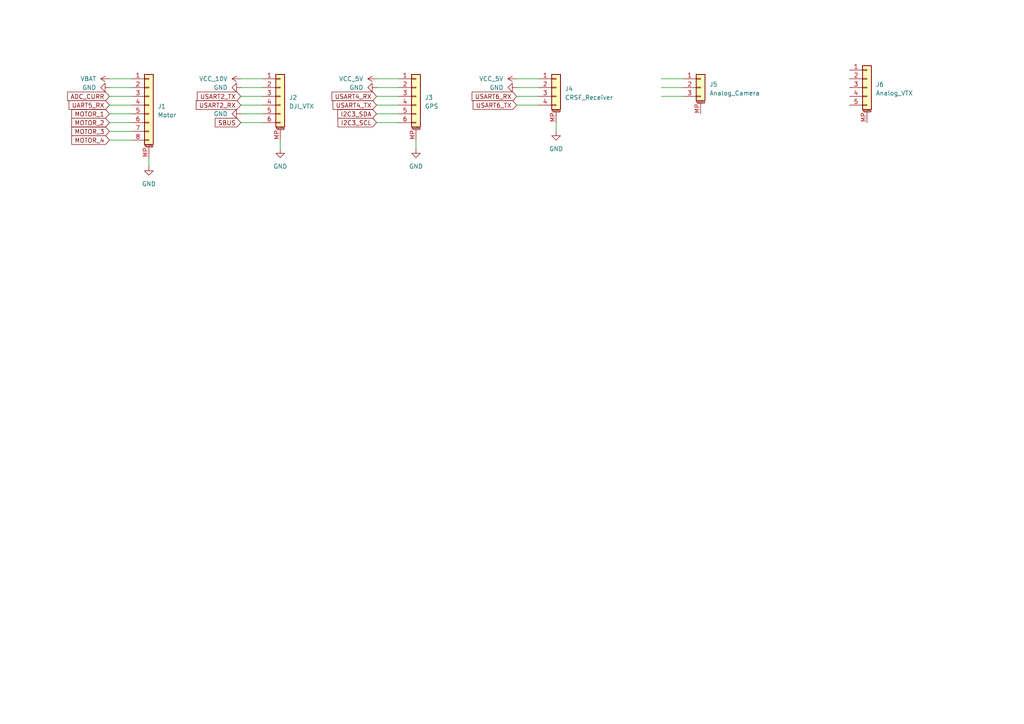
<source format=kicad_sch>
(kicad_sch (version 20250114) (generator "eeschema") (generator_version "9.0")
  (paper "A4")
  (lib_symbols
    (symbol "Library:Conn_01x03_MountingPin" (pin_names (offset 1.016) (hide yes))
      (property "Reference" "J" (at 0 5.08 0))
      (property "Value" "Conn_01x03_MountingPin" (at 1.27 -5.08 0))
      (symbol "Conn_01x03_MountingPin_1_1"
        (rectangle (start -1.27 3.81) (end 1.27 -3.81) (stroke (width 0.254)) (fill (type background)))
        (rectangle (start -1.27 2.667) (end 0 2.413) (stroke (width 0.1524)))
        (rectangle (start -1.27 0.127) (end 0 -0.127) (stroke (width 0.1524)))
        (rectangle (start -1.27 -2.413) (end 0 -2.667) (stroke (width 0.1524)))
        (polyline (pts (xy -1.016 -4.572) (xy 1.016 -4.572)) (stroke (width 0.1524)))
        (text "Mounting" (at 0 -4.191 0) (effects (font (size 0.381 0.381))))
        (pin passive line (at -5.08 2.54 0) (length 3.81) (name "Pin_1") (number "1"))
        (pin passive line (at -5.08 0 0) (length 3.81) (name "Pin_2") (number "2"))
        (pin passive line (at -5.08 -2.54 0) (length 3.81) (name "Pin_3") (number "3"))
        (pin passive line (at 0 -7.62 90) (length 3.048) (name "MountPin") (number "MP"))
      )
    )
    (symbol "Library:Conn_01x04_MountingPin" (pin_names (offset 1.016) (hide yes))
      (property "Reference" "J" (at 0 5.08 0))
      (property "Value" "Conn_01x04_MountingPin" (at 1.27 -7.62 0))
      (symbol "Conn_01x04_MountingPin_1_1"
        (rectangle (start -1.27 3.81) (end 1.27 -6.35) (stroke (width 0.254)) (fill (type background)))
        (rectangle (start -1.27 2.667) (end 0 2.413) (stroke (width 0.1524)))
        (rectangle (start -1.27 0.127) (end 0 -0.127) (stroke (width 0.1524)))
        (rectangle (start -1.27 -2.413) (end 0 -2.667) (stroke (width 0.1524)))
        (rectangle (start -1.27 -4.953) (end 0 -5.207) (stroke (width 0.1524)))
        (polyline (pts (xy -1.016 -7.112) (xy 1.016 -7.112)) (stroke (width 0.1524)))
        (text "Mounting" (at 0 -6.731 0) (effects (font (size 0.381 0.381))))
        (pin passive line (at -5.08 2.54 0) (length 3.81) (name "Pin_1") (number "1"))
        (pin passive line (at -5.08 0 0) (length 3.81) (name "Pin_2") (number "2"))
        (pin passive line (at -5.08 -2.54 0) (length 3.81) (name "Pin_3") (number "3"))
        (pin passive line (at -5.08 -5.08 0) (length 3.81) (name "Pin_4") (number "4"))
        (pin passive line (at 0 -10.16 90) (length 3.048) (name "MountPin") (number "MP"))
      )
    )
    (symbol "Library:Conn_01x05_MountingPin" (pin_names (offset 1.016) (hide yes))
      (property "Reference" "J" (at 0 7.62 0))
      (property "Value" "Conn_01x05_MountingPin" (at 1.27 -7.62 0))
      (symbol "Conn_01x05_MountingPin_1_1"
        (rectangle (start -1.27 6.35) (end 1.27 -6.35) (stroke (width 0.254)) (fill (type background)))
        (rectangle (start -1.27 5.207) (end 0 4.953) (stroke (width 0.1524)))
        (rectangle (start -1.27 2.667) (end 0 2.413) (stroke (width 0.1524)))
        (rectangle (start -1.27 0.127) (end 0 -0.127) (stroke (width 0.1524)))
        (rectangle (start -1.27 -2.413) (end 0 -2.667) (stroke (width 0.1524)))
        (rectangle (start -1.27 -4.953) (end 0 -5.207) (stroke (width 0.1524)))
        (polyline (pts (xy -1.016 -7.112) (xy 1.016 -7.112)) (stroke (width 0.1524)))
        (text "Mounting" (at 0 -6.731 0) (effects (font (size 0.381 0.381))))
        (pin passive line (at -5.08 5.08 0) (length 3.81) (name "Pin_1") (number "1"))
        (pin passive line (at -5.08 2.54 0) (length 3.81) (name "Pin_2") (number "2"))
        (pin passive line (at -5.08 0 0) (length 3.81) (name "Pin_3") (number "3"))
        (pin passive line (at -5.08 -2.54 0) (length 3.81) (name "Pin_4") (number "4"))
        (pin passive line (at -5.08 -5.08 0) (length 3.81) (name "Pin_5") (number "5"))
        (pin passive line (at 0 -10.16 90) (length 3.048) (name "MountPin") (number "MP"))
      )
    )
    (symbol "Library:Conn_01x06_MountingPin" (pin_names (offset 1.016) (hide yes))
      (property "Reference" "J" (at 0 7.62 0))
      (property "Value" "Conn_01x06_MountingPin" (at 1.27 -10.16 0))
      (symbol "Conn_01x06_MountingPin_1_1"
        (rectangle (start -1.27 6.35) (end 1.27 -8.89) (stroke (width 0.254)) (fill (type background)))
        (rectangle (start -1.27 5.207) (end 0 4.953) (stroke (width 0.1524)))
        (rectangle (start -1.27 2.667) (end 0 2.413) (stroke (width 0.1524)))
        (rectangle (start -1.27 0.127) (end 0 -0.127) (stroke (width 0.1524)))
        (rectangle (start -1.27 -2.413) (end 0 -2.667) (stroke (width 0.1524)))
        (rectangle (start -1.27 -4.953) (end 0 -5.207) (stroke (width 0.1524)))
        (rectangle (start -1.27 -7.493) (end 0 -7.747) (stroke (width 0.1524)))
        (polyline (pts (xy -1.016 -9.652) (xy 1.016 -9.652)) (stroke (width 0.1524)))
        (text "Mounting" (at 0 -9.271 0) (effects (font (size 0.381 0.381))))
        (pin passive line (at -5.08 5.08 0) (length 3.81) (name "Pin_1") (number "1"))
        (pin passive line (at -5.08 2.54 0) (length 3.81) (name "Pin_2") (number "2"))
        (pin passive line (at -5.08 0 0) (length 3.81) (name "Pin_3") (number "3"))
        (pin passive line (at -5.08 -2.54 0) (length 3.81) (name "Pin_4") (number "4"))
        (pin passive line (at -5.08 -5.08 0) (length 3.81) (name "Pin_5") (number "5"))
        (pin passive line (at -5.08 -7.62 0) (length 3.81) (name "Pin_6") (number "6"))
        (pin passive line (at 0 -12.7 90) (length 3.048) (name "MountPin") (number "MP"))
      )
    )
    (symbol "Library:Conn_01x08_MountingPin" (pin_names (offset 1.016) (hide yes))
      (property "Reference" "J" (at 0 10.16 0))
      (property "Value" "Conn_01x08_MountingPin" (at 1.27 -12.7 0))
      (symbol "Conn_01x08_MountingPin_1_1"
        (rectangle (start -1.27 8.89) (end 1.27 -11.43) (stroke (width 0.254)) (fill (type background)))
        (rectangle (start -1.27 7.747) (end 0 7.493) (stroke (width 0.1524)))
        (rectangle (start -1.27 5.207) (end 0 4.953) (stroke (width 0.1524)))
        (rectangle (start -1.27 2.667) (end 0 2.413) (stroke (width 0.1524)))
        (rectangle (start -1.27 0.127) (end 0 -0.127) (stroke (width 0.1524)))
        (rectangle (start -1.27 -2.413) (end 0 -2.667) (stroke (width 0.1524)))
        (rectangle (start -1.27 -4.953) (end 0 -5.207) (stroke (width 0.1524)))
        (rectangle (start -1.27 -7.493) (end 0 -7.747) (stroke (width 0.1524)))
        (rectangle (start -1.27 -10.033) (end 0 -10.287) (stroke (width 0.1524)))
        (polyline (pts (xy -1.016 -12.192) (xy 1.016 -12.192)) (stroke (width 0.1524)))
        (text "Mounting" (at 0 -11.811 0) (effects (font (size 0.381 0.381))))
        (pin passive line (at -5.08 7.62 0) (length 3.81) (name "Pin_1") (number "1"))
        (pin passive line (at -5.08 5.08 0) (length 3.81) (name "Pin_2") (number "2"))
        (pin passive line (at -5.08 2.54 0) (length 3.81) (name "Pin_3") (number "3"))
        (pin passive line (at -5.08 0 0) (length 3.81) (name "Pin_4") (number "4"))
        (pin passive line (at -5.08 -2.54 0) (length 3.81) (name "Pin_5") (number "5"))
        (pin passive line (at -5.08 -5.08 0) (length 3.81) (name "Pin_6") (number "6"))
        (pin passive line (at -5.08 -7.62 0) (length 3.81) (name "Pin_7") (number "7"))
        (pin passive line (at -5.08 -10.16 0) (length 3.81) (name "Pin_8") (number "8"))
        (pin passive line (at 0 -15.24 90) (length 3.048) (name "MountPin") (number "MP"))
      )
    )
    (symbol "power:GND" (power) (pin_numbers (hide yes)) (pin_names (offset 0) (hide yes))
      (property "Value" "GND" (at 0 -3.81 0))
      (symbol "GND_0_1"
        (polyline (pts (xy 0 0) (xy 0 -1.27) (xy 1.27 -1.27) (xy 0 -2.54) (xy -1.27 -1.27) (xy 0 -1.27)))
      )
      (symbol "GND_1_1"
        (pin power_in line (at 0 0 270) (length 0) (name "~") (number "1"))
      )
    )
    (symbol "power:VCC" (power) (pin_numbers (hide yes)) (pin_names (offset 0) (hide yes))
      (property "Value" "VCC" (at 0 3.556 0))
      (symbol "VCC_0_1"
        (polyline (pts (xy -0.762 1.27) (xy 0 2.54)))
        (polyline (pts (xy 0 2.54) (xy 0.762 1.27)))
        (polyline (pts (xy 0 0) (xy 0 2.54)))
      )
      (symbol "VCC_1_1"
        (pin power_in line (at 0 0 90) (length 0) (name "~") (number "1"))
      )
    )
  )
  (wire (pts (xy 31.75 35.56) (xy 38.1 35.56)))
  (wire (pts (xy 69.85 27.94) (xy 76.2 27.94)))
  (wire (pts (xy 69.85 30.48) (xy 76.2 30.48)))
  (wire (pts (xy 109.22 22.86) (xy 115.57 22.86)))
  (wire (pts (xy 81.28 43.18) (xy 81.28 40.64)))
  (wire (pts (xy 109.22 25.4) (xy 115.57 25.4)))
  (wire (pts (xy 149.86 25.4) (xy 156.21 25.4)))
  (wire (pts (xy 31.75 40.64) (xy 38.1 40.64)))
  (wire (pts (xy 109.22 35.56) (xy 115.57 35.56)))
  (wire (pts (xy 191.77 25.4) (xy 198.12 25.4)))
  (wire (pts (xy 149.86 27.94) (xy 156.21 27.94)))
  (wire (pts (xy 31.75 33.02) (xy 38.1 33.02)))
  (wire (pts (xy 69.85 22.86) (xy 76.2 22.86)))
  (wire (pts (xy 109.22 27.94) (xy 115.57 27.94)))
  (wire (pts (xy 191.77 22.86) (xy 198.12 22.86)))
  (wire (pts (xy 149.86 30.48) (xy 156.21 30.48)))
  (wire (pts (xy 120.65 43.18) (xy 120.65 40.64)))
  (wire (pts (xy 31.75 38.1) (xy 38.1 38.1)))
  (wire (pts (xy 31.75 22.86) (xy 38.1 22.86)))
  (wire (pts (xy 191.77 27.94) (xy 198.12 27.94)))
  (wire (pts (xy 69.85 25.4) (xy 76.2 25.4)))
  (wire (pts (xy 69.85 33.02) (xy 76.2 33.02)))
  (wire (pts (xy 161.29 38.1) (xy 161.29 35.56)))
  (wire (pts (xy 31.75 27.94) (xy 38.1 27.94)))
  (wire (pts (xy 31.75 25.4) (xy 38.1 25.4)))
  (wire (pts (xy 109.22 33.02) (xy 115.57 33.02)))
  (wire (pts (xy 109.22 30.48) (xy 115.57 30.48)))
  (wire (pts (xy 31.75 30.48) (xy 38.1 30.48)))
  (wire (pts (xy 149.86 22.86) (xy 156.21 22.86)))
  (wire (pts (xy 69.85 35.56) (xy 76.2 35.56)))
  (wire (pts (xy 43.18 48.26) (xy 43.18 45.72)))
  (global_label "USART4_RX" (shape input) (at 109.22 27.94 180) (property "Intersheetrefs" "${INTERSHEET_REFS}" (effects (hide yes))))
  (global_label "MOTOR_2" (shape input) (at 31.75 35.56 180) (property "Intersheetrefs" "${INTERSHEET_REFS}" (effects (hide yes))))
  (global_label "SBUS" (shape input) (at 69.85 35.56 180) (property "Intersheetrefs" "${INTERSHEET_REFS}" (effects (hide yes))))
  (global_label "MOTOR_4" (shape input) (at 31.75 40.64 180) (property "Intersheetrefs" "${INTERSHEET_REFS}" (effects (hide yes))))
  (global_label "I2C3_SDA" (shape input) (at 109.22 33.02 180) (property "Intersheetrefs" "${INTERSHEET_REFS}" (effects (hide yes))))
  (global_label "USART4_TX" (shape input) (at 109.22 30.48 180) (property "Intersheetrefs" "${INTERSHEET_REFS}" (effects (hide yes))))
  (global_label "USART2_RX" (shape input) (at 69.85 30.48 180) (property "Intersheetrefs" "${INTERSHEET_REFS}" (effects (hide yes))))
  (global_label "I2C3_SCL" (shape input) (at 109.22 35.56 180) (property "Intersheetrefs" "${INTERSHEET_REFS}" (effects (hide yes))))
  (global_label "MOTOR_3" (shape input) (at 31.75 38.1 180) (property "Intersheetrefs" "${INTERSHEET_REFS}" (effects (hide yes))))
  (global_label "USART6_TX" (shape input) (at 149.86 30.48 180) (property "Intersheetrefs" "${INTERSHEET_REFS}" (effects (hide yes))))
  (global_label "MOTOR_1" (shape input) (at 31.75 33.02 180) (property "Intersheetrefs" "${INTERSHEET_REFS}" (effects (hide yes))))
  (global_label "UART5_RX" (shape input) (at 31.75 30.48 180) (property "Intersheetrefs" "${INTERSHEET_REFS}" (effects (hide yes))))
  (global_label "USART2_TX" (shape input) (at 69.85 27.94 180) (property "Intersheetrefs" "${INTERSHEET_REFS}" (effects (hide yes))))
  (global_label "ADC_CURR" (shape input) (at 31.75 27.94 180) (property "Intersheetrefs" "${INTERSHEET_REFS}" (effects (hide yes))))
  (global_label "USART6_RX" (shape input) (at 149.86 27.94 180) (property "Intersheetrefs" "${INTERSHEET_REFS}" (effects (hide yes))))
  (symbol (lib_id "power:GND") (at 81.28 43.18 0) (unit 1)
    (property "Reference" "#PWR082" (effects (hide yes)))
    (property "Value" "GND" (at 81.28 48.26 0))
    (property "Description" "Power symbol creates a global label with name \"GND\" , ground" (effects (hide yes)))
  )
  (symbol (lib_id "Library:Conn_01x06_MountingPin") (at 120.65 27.94 0) (unit 1)
    (property "Reference" "J3" (at 123.19 28.2955 0) (effects (justify left)))
    (property "Value" "GPS" (at 123.19 30.8355 0) (effects (justify left)))
    (property "Footprint" "Connector_JST:JST_SH_SM06B-SRSS-TB_1x06-1MP_P1.00mm_Horizontal" (effects (hide yes)))
    (property "Description" "Generic connectable mounting pin connector, single row, 01x06, script generated (kicad-library-utils/schlib/autogen/connector/)" (effects (hide yes)))
  )
  (symbol (lib_id "power:VCC") (at 109.22 22.86 90) (mirror x) (unit 1)
    (property "Reference" "#PWR083" (effects (hide yes)))
    (property "Value" "VCC_5V" (at 105.41 22.8601 90) (effects (justify left)))
    (property "Description" "Power symbol creates a global label with name \"VCC\"" (effects (hide yes)))
  )
  (symbol (lib_id "power:GND") (at 69.85 33.02 270) (unit 1)
    (property "Reference" "#PWR081" (effects (hide yes)))
    (property "Value" "GND" (at 66.04 33.0199 90) (effects (justify right)))
    (property "Description" "Power symbol creates a global label with name \"GND\" , ground" (effects (hide yes)))
  )
  (symbol (lib_id "power:GND") (at 120.65 43.18 0) (unit 1)
    (property "Reference" "#PWR085" (effects (hide yes)))
    (property "Value" "GND" (at 120.65 48.26 0))
    (property "Description" "Power symbol creates a global label with name \"GND\" , ground" (effects (hide yes)))
  )
  (symbol (lib_id "power:GND") (at 43.18 48.26 0) (unit 1)
    (property "Reference" "#PWR078" (effects (hide yes)))
    (property "Value" "GND" (at 43.18 53.34 0))
    (property "Description" "Power symbol creates a global label with name \"GND\" , ground" (effects (hide yes)))
  )
  (symbol (lib_id "Library:Conn_01x03_MountingPin") (at 203.2 25.4 0) (unit 1)
    (property "Reference" "J5" (at 205.74 24.4855 0) (effects (justify left)))
    (property "Value" "Analog_Camera" (at 205.74 27.0255 0) (effects (justify left)))
    (property "Footprint" "Connector_JST:JST_SH_SM03B-SRSS-TB_1x03-1MP_P1.00mm_Horizontal" (effects (hide yes)))
    (property "Description" "Generic connectable mounting pin connector, single row, 01x03, script generated (kicad-library-utils/schlib/autogen/connector/)" (effects (hide yes)))
  )
  (symbol (lib_id "Library:Conn_01x04_MountingPin") (at 161.29 25.4 0) (unit 1)
    (property "Reference" "J4" (at 163.83 25.7555 0) (effects (justify left)))
    (property "Value" "CRSF_Receiver" (at 163.83 28.2955 0) (effects (justify left)))
    (property "Footprint" "Connector_JST:JST_SH_SM04B-SRSS-TB_1x04-1MP_P1.00mm_Horizontal" (effects (hide yes)))
    (property "Description" "Generic connectable mounting pin connector, single row, 01x04, script generated (kicad-library-utils/schlib/autogen/connector/)" (effects (hide yes)))
  )
  (symbol (lib_id "Library:Conn_01x08_MountingPin") (at 43.18 30.48 0) (unit 1)
    (property "Reference" "J1" (at 45.72 30.8355 0) (effects (justify left)))
    (property "Value" "Motor" (at 45.72 33.3755 0) (effects (justify left)))
    (property "Footprint" "Connector_JST:JST_SH_SM08B-SRSS-TB_1x08-1MP_P1.00mm_Horizontal" (effects (hide yes)))
    (property "Description" "Generic connectable mounting pin connector, single row, 01x08, script generated (kicad-library-utils/schlib/autogen/connector/)" (effects (hide yes)))
  )
  (symbol (lib_id "Library:Conn_01x06_MountingPin") (at 81.28 27.94 0) (unit 1)
    (property "Reference" "J2" (at 83.82 28.2955 0) (effects (justify left)))
    (property "Value" "DJI_VTX" (at 83.82 30.8355 0) (effects (justify left)))
    (property "Footprint" "Connector_JST:JST_SH_SM06B-SRSS-TB_1x06-1MP_P1.00mm_Horizontal" (effects (hide yes)))
    (property "Description" "Generic connectable mounting pin connector, single row, 01x06, script generated (kicad-library-utils/schlib/autogen/connector/)" (effects (hide yes)))
  )
  (symbol (lib_id "power:VCC") (at 69.85 22.86 90) (unit 1)
    (property "Reference" "#PWR079" (effects (hide yes)))
    (property "Value" "VCC_10V" (at 66.04 22.8599 90) (effects (justify left)))
    (property "Description" "Power symbol creates a global label with name \"VCC\"" (effects (hide yes)))
  )
  (symbol (lib_id "power:GND") (at 69.85 25.4 270) (unit 1)
    (property "Reference" "#PWR080" (effects (hide yes)))
    (property "Value" "GND" (at 66.04 25.3999 90) (effects (justify right)))
    (property "Description" "Power symbol creates a global label with name \"GND\" , ground" (effects (hide yes)))
  )
  (symbol (lib_id "Library:Conn_01x05_MountingPin") (at 251.46 25.4 0) (unit 1)
    (property "Reference" "J6" (at 254 24.4855 0) (effects (justify left)))
    (property "Value" "Analog_VTX" (at 254 27.0255 0) (effects (justify left)))
    (property "Footprint" "Connector_JST:JST_SH_SM05B-SRSS-TB_1x05-1MP_P1.00mm_Horizontal" (effects (hide yes)))
    (property "Description" "Generic connectable mounting pin connector, single row, 01x05, script generated (kicad-library-utils/schlib/autogen/connector/)" (effects (hide yes)))
  )
  (symbol (lib_id "power:GND") (at 109.22 25.4 270) (mirror x) (unit 1)
    (property "Reference" "#PWR084" (effects (hide yes)))
    (property "Value" "GND" (at 105.41 25.4001 90) (effects (justify right)))
    (property "Description" "Power symbol creates a global label with name \"GND\" , ground" (effects (hide yes)))
  )
  (symbol (lib_id "power:VCC") (at 31.75 22.86 90) (unit 1)
    (property "Reference" "#PWR076" (effects (hide yes)))
    (property "Value" "VBAT" (at 27.94 22.8599 90) (effects (justify left)))
    (property "Description" "Power symbol creates a global label with name \"VCC\"" (effects (hide yes)))
  )
  (symbol (lib_id "power:GND") (at 161.29 38.1 0) (unit 1)
    (property "Reference" "#PWR088" (effects (hide yes)))
    (property "Value" "GND" (at 161.29 43.18 0))
    (property "Description" "Power symbol creates a global label with name \"GND\" , ground" (effects (hide yes)))
  )
  (symbol (lib_id "power:VCC") (at 149.86 22.86 90) (mirror x) (unit 1)
    (property "Reference" "#PWR086" (effects (hide yes)))
    (property "Value" "VCC_5V" (at 146.05 22.8601 90) (effects (justify left)))
    (property "Description" "Power symbol creates a global label with name \"VCC\"" (effects (hide yes)))
  )
  (symbol (lib_id "power:GND") (at 149.86 25.4 270) (mirror x) (unit 1)
    (property "Reference" "#PWR087" (effects (hide yes)))
    (property "Value" "GND" (at 146.05 25.4001 90) (effects (justify right)))
    (property "Description" "Power symbol creates a global label with name \"GND\" , ground" (effects (hide yes)))
  )
  (symbol (lib_id "power:GND") (at 31.75 25.4 270) (unit 1)
    (property "Reference" "#PWR077" (effects (hide yes)))
    (property "Value" "GND" (at 27.94 25.3999 90) (effects (justify right)))
    (property "Description" "Power symbol creates a global label with name \"GND\" , ground" (effects (hide yes)))
  )
)
</source>
